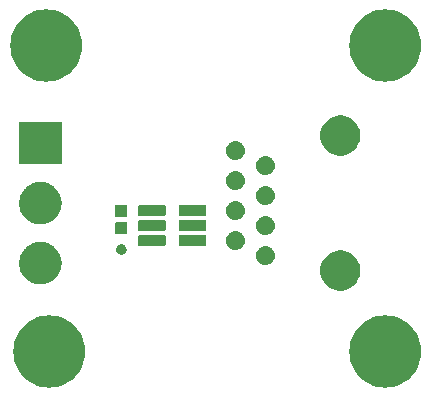
<source format=gts>
G04 #@! TF.GenerationSoftware,KiCad,Pcbnew,7.0.9*
G04 #@! TF.CreationDate,2023-12-23T15:45:12+01:00*
G04 #@! TF.ProjectId,connecting-connector-1-wire,636f6e6e-6563-4746-996e-672d636f6e6e,v1.0*
G04 #@! TF.SameCoordinates,Original*
G04 #@! TF.FileFunction,Soldermask,Top*
G04 #@! TF.FilePolarity,Negative*
%FSLAX46Y46*%
G04 Gerber Fmt 4.6, Leading zero omitted, Abs format (unit mm)*
G04 Created by KiCad (PCBNEW 7.0.9) date 2023-12-23 15:45:12*
%MOMM*%
%LPD*%
G01*
G04 APERTURE LIST*
G04 APERTURE END LIST*
G36*
X128529604Y-94295184D02*
G01*
X128866911Y-94352495D01*
X129195681Y-94447212D01*
X129511779Y-94578144D01*
X129811230Y-94743644D01*
X130090267Y-94941632D01*
X130345383Y-95169617D01*
X130573368Y-95424733D01*
X130771356Y-95703770D01*
X130936856Y-96003221D01*
X131067788Y-96319319D01*
X131162505Y-96648089D01*
X131219816Y-96985396D01*
X131239000Y-97327000D01*
X131219816Y-97668604D01*
X131162505Y-98005911D01*
X131067788Y-98334681D01*
X130936856Y-98650779D01*
X130771356Y-98950230D01*
X130573368Y-99229267D01*
X130345383Y-99484383D01*
X130090267Y-99712368D01*
X129811230Y-99910356D01*
X129511779Y-100075856D01*
X129195681Y-100206788D01*
X128866911Y-100301505D01*
X128529604Y-100358816D01*
X128188000Y-100378000D01*
X127846396Y-100358816D01*
X127509089Y-100301505D01*
X127180319Y-100206788D01*
X126864221Y-100075856D01*
X126564770Y-99910356D01*
X126285733Y-99712368D01*
X126030617Y-99484383D01*
X125802632Y-99229267D01*
X125604644Y-98950230D01*
X125439144Y-98650779D01*
X125308212Y-98334681D01*
X125213495Y-98005911D01*
X125156184Y-97668604D01*
X125137000Y-97327000D01*
X125156184Y-96985396D01*
X125213495Y-96648089D01*
X125308212Y-96319319D01*
X125439144Y-96003221D01*
X125604644Y-95703770D01*
X125802632Y-95424733D01*
X126030617Y-95169617D01*
X126285733Y-94941632D01*
X126564770Y-94743644D01*
X126864221Y-94578144D01*
X127180319Y-94447212D01*
X127509089Y-94352495D01*
X127846396Y-94295184D01*
X128188000Y-94276000D01*
X128529604Y-94295184D01*
G37*
G36*
X156977604Y-94295184D02*
G01*
X157314911Y-94352495D01*
X157643681Y-94447212D01*
X157959779Y-94578144D01*
X158259230Y-94743644D01*
X158538267Y-94941632D01*
X158793383Y-95169617D01*
X159021368Y-95424733D01*
X159219356Y-95703770D01*
X159384856Y-96003221D01*
X159515788Y-96319319D01*
X159610505Y-96648089D01*
X159667816Y-96985396D01*
X159687000Y-97327000D01*
X159667816Y-97668604D01*
X159610505Y-98005911D01*
X159515788Y-98334681D01*
X159384856Y-98650779D01*
X159219356Y-98950230D01*
X159021368Y-99229267D01*
X158793383Y-99484383D01*
X158538267Y-99712368D01*
X158259230Y-99910356D01*
X157959779Y-100075856D01*
X157643681Y-100206788D01*
X157314911Y-100301505D01*
X156977604Y-100358816D01*
X156636000Y-100378000D01*
X156294396Y-100358816D01*
X155957089Y-100301505D01*
X155628319Y-100206788D01*
X155312221Y-100075856D01*
X155012770Y-99910356D01*
X154733733Y-99712368D01*
X154478617Y-99484383D01*
X154250632Y-99229267D01*
X154052644Y-98950230D01*
X153887144Y-98650779D01*
X153756212Y-98334681D01*
X153661495Y-98005911D01*
X153604184Y-97668604D01*
X153585000Y-97327000D01*
X153604184Y-96985396D01*
X153661495Y-96648089D01*
X153756212Y-96319319D01*
X153887144Y-96003221D01*
X154052644Y-95703770D01*
X154250632Y-95424733D01*
X154478617Y-95169617D01*
X154733733Y-94941632D01*
X155012770Y-94743644D01*
X155312221Y-94578144D01*
X155628319Y-94447212D01*
X155957089Y-94352495D01*
X156294396Y-94295184D01*
X156636000Y-94276000D01*
X156977604Y-94295184D01*
G37*
G36*
X153204508Y-88811648D02*
G01*
X153447445Y-88886584D01*
X153676500Y-88996891D01*
X153886556Y-89140105D01*
X154072921Y-89313026D01*
X154231432Y-89511793D01*
X154358548Y-89731964D01*
X154451429Y-89968621D01*
X154508001Y-90216479D01*
X154527000Y-90470000D01*
X154508001Y-90723521D01*
X154451429Y-90971379D01*
X154358548Y-91208036D01*
X154231432Y-91428207D01*
X154072921Y-91626974D01*
X153886556Y-91799895D01*
X153676500Y-91943109D01*
X153447445Y-92053416D01*
X153204508Y-92128352D01*
X152953116Y-92166244D01*
X152698884Y-92166244D01*
X152447492Y-92128352D01*
X152204555Y-92053416D01*
X151975500Y-91943109D01*
X151765444Y-91799895D01*
X151579079Y-91626974D01*
X151420568Y-91428207D01*
X151293452Y-91208036D01*
X151200571Y-90971379D01*
X151143999Y-90723521D01*
X151125000Y-90470000D01*
X151143999Y-90216479D01*
X151200571Y-89968621D01*
X151293452Y-89731964D01*
X151420568Y-89511793D01*
X151579079Y-89313026D01*
X151765444Y-89140105D01*
X151975500Y-88996891D01*
X152204555Y-88886584D01*
X152447492Y-88811648D01*
X152698884Y-88773756D01*
X152953116Y-88773756D01*
X153204508Y-88811648D01*
G37*
G36*
X127491951Y-88038036D02*
G01*
X127560589Y-88038036D01*
X127622570Y-88047378D01*
X127682269Y-88051648D01*
X127753044Y-88067044D01*
X127826760Y-88078155D01*
X127880924Y-88094862D01*
X127933305Y-88106257D01*
X128007110Y-88133785D01*
X128083979Y-88157496D01*
X128129658Y-88179493D01*
X128174030Y-88196044D01*
X128248770Y-88236855D01*
X128326500Y-88274288D01*
X128363412Y-88299454D01*
X128399522Y-88319172D01*
X128472907Y-88374107D01*
X128548905Y-88425922D01*
X128577220Y-88452194D01*
X128605192Y-88473134D01*
X128674708Y-88542650D01*
X128746226Y-88609009D01*
X128766540Y-88634482D01*
X128786865Y-88654807D01*
X128849896Y-88739007D01*
X128914056Y-88819461D01*
X128927317Y-88842429D01*
X128940827Y-88860477D01*
X128994719Y-88959173D01*
X129048645Y-89052575D01*
X129056119Y-89071618D01*
X129063955Y-89085969D01*
X129106138Y-89199066D01*
X129146987Y-89303146D01*
X129150184Y-89317157D01*
X129153742Y-89326694D01*
X129181789Y-89455626D01*
X129206884Y-89565575D01*
X129207502Y-89573830D01*
X129208351Y-89577730D01*
X129219985Y-89740395D01*
X129227000Y-89834000D01*
X129219984Y-89927612D01*
X129208351Y-90090269D01*
X129207502Y-90094168D01*
X129206884Y-90102425D01*
X129181784Y-90212393D01*
X129153742Y-90341305D01*
X129150185Y-90350840D01*
X129146987Y-90364854D01*
X129106131Y-90468952D01*
X129063955Y-90582030D01*
X129056120Y-90596377D01*
X129048645Y-90615425D01*
X128994709Y-90708843D01*
X128940827Y-90807522D01*
X128927319Y-90825565D01*
X128914056Y-90848539D01*
X128849884Y-90929007D01*
X128786865Y-91013192D01*
X128766544Y-91033512D01*
X128746226Y-91058991D01*
X128674694Y-91125362D01*
X128605192Y-91194865D01*
X128577225Y-91215800D01*
X128548905Y-91242078D01*
X128472892Y-91293902D01*
X128399522Y-91348827D01*
X128363420Y-91368540D01*
X128326500Y-91393712D01*
X128248755Y-91431151D01*
X128174030Y-91471955D01*
X128129667Y-91488501D01*
X128083979Y-91510504D01*
X128007094Y-91534219D01*
X127933305Y-91561742D01*
X127880935Y-91573134D01*
X127826760Y-91589845D01*
X127753029Y-91600958D01*
X127682269Y-91616351D01*
X127622582Y-91620619D01*
X127560589Y-91629964D01*
X127491937Y-91629964D01*
X127426000Y-91634680D01*
X127360062Y-91629964D01*
X127291411Y-91629964D01*
X127229418Y-91620620D01*
X127169730Y-91616351D01*
X127098967Y-91600957D01*
X127025240Y-91589845D01*
X126971066Y-91573134D01*
X126918694Y-91561742D01*
X126844899Y-91534217D01*
X126768021Y-91510504D01*
X126722336Y-91488503D01*
X126677969Y-91471955D01*
X126603236Y-91431147D01*
X126525500Y-91393712D01*
X126488583Y-91368542D01*
X126452477Y-91348827D01*
X126379095Y-91293894D01*
X126303095Y-91242078D01*
X126274778Y-91215803D01*
X126246807Y-91194865D01*
X126177291Y-91125349D01*
X126105774Y-91058991D01*
X126085459Y-91033517D01*
X126065134Y-91013192D01*
X126002099Y-90928986D01*
X125937944Y-90848539D01*
X125924683Y-90825571D01*
X125911172Y-90807522D01*
X125857272Y-90708812D01*
X125803355Y-90615425D01*
X125795882Y-90596384D01*
X125788044Y-90582030D01*
X125745848Y-90468901D01*
X125705013Y-90364854D01*
X125701816Y-90350847D01*
X125698257Y-90341305D01*
X125670193Y-90212300D01*
X125645116Y-90102425D01*
X125644497Y-90094175D01*
X125643648Y-90090269D01*
X125631993Y-89927319D01*
X125625000Y-89834000D01*
X125631992Y-89740687D01*
X125643648Y-89577730D01*
X125644497Y-89573823D01*
X125645116Y-89565575D01*
X125670189Y-89455720D01*
X125698257Y-89326694D01*
X125701816Y-89317150D01*
X125705013Y-89303146D01*
X125745840Y-89199118D01*
X125788044Y-89085969D01*
X125795883Y-89071612D01*
X125803355Y-89052575D01*
X125857262Y-88959205D01*
X125911172Y-88860477D01*
X125924686Y-88842424D01*
X125937944Y-88819461D01*
X126002086Y-88739028D01*
X126065134Y-88654807D01*
X126085463Y-88634477D01*
X126105774Y-88609009D01*
X126177277Y-88542663D01*
X126246807Y-88473134D01*
X126274783Y-88452190D01*
X126303095Y-88425922D01*
X126379080Y-88374115D01*
X126452477Y-88319172D01*
X126488591Y-88299452D01*
X126525500Y-88274288D01*
X126603220Y-88236859D01*
X126677969Y-88196044D01*
X126722345Y-88179492D01*
X126768021Y-88157496D01*
X126844884Y-88133787D01*
X126918694Y-88106257D01*
X126971077Y-88094861D01*
X127025240Y-88078155D01*
X127098952Y-88067044D01*
X127169730Y-88051648D01*
X127229430Y-88047378D01*
X127291411Y-88038036D01*
X127360048Y-88038036D01*
X127426000Y-88033319D01*
X127491951Y-88038036D01*
G37*
G36*
X146521023Y-88402073D02*
G01*
X146559657Y-88402073D01*
X146603240Y-88411336D01*
X146654239Y-88417083D01*
X146691321Y-88430058D01*
X146723306Y-88436857D01*
X146769401Y-88457379D01*
X146823541Y-88476324D01*
X146851719Y-88494029D01*
X146876157Y-88504910D01*
X146921720Y-88538014D01*
X146975415Y-88571753D01*
X146994700Y-88591038D01*
X147011512Y-88603253D01*
X147053076Y-88649414D01*
X147102247Y-88698585D01*
X147113555Y-88716582D01*
X147123467Y-88727590D01*
X147157376Y-88786322D01*
X147197676Y-88850459D01*
X147202707Y-88864838D01*
X147207120Y-88872481D01*
X147229718Y-88942030D01*
X147256917Y-89019761D01*
X147257948Y-89028913D01*
X147258823Y-89031606D01*
X147266750Y-89107038D01*
X147277000Y-89198000D01*
X147266750Y-89288969D01*
X147258823Y-89364393D01*
X147257948Y-89367084D01*
X147256917Y-89376239D01*
X147229713Y-89453982D01*
X147207120Y-89523518D01*
X147202708Y-89531159D01*
X147197676Y-89545541D01*
X147157369Y-89609688D01*
X147123467Y-89668409D01*
X147113557Y-89679414D01*
X147102247Y-89697415D01*
X147053067Y-89746594D01*
X147011512Y-89792746D01*
X146994704Y-89804957D01*
X146975415Y-89824247D01*
X146921710Y-89857992D01*
X146876157Y-89891089D01*
X146851725Y-89901966D01*
X146823541Y-89919676D01*
X146769391Y-89938623D01*
X146723306Y-89959142D01*
X146691327Y-89965939D01*
X146654239Y-89978917D01*
X146603237Y-89984663D01*
X146559657Y-89993927D01*
X146521023Y-89993927D01*
X146476000Y-89999000D01*
X146430977Y-89993927D01*
X146392343Y-89993927D01*
X146348761Y-89984663D01*
X146297761Y-89978917D01*
X146260674Y-89965939D01*
X146228693Y-89959142D01*
X146182603Y-89938622D01*
X146128459Y-89919676D01*
X146100277Y-89901968D01*
X146075842Y-89891089D01*
X146030282Y-89857987D01*
X145976585Y-89824247D01*
X145957298Y-89804960D01*
X145940487Y-89792746D01*
X145898922Y-89746584D01*
X145849753Y-89697415D01*
X145838444Y-89679418D01*
X145828532Y-89668409D01*
X145794618Y-89609668D01*
X145754324Y-89545541D01*
X145749293Y-89531163D01*
X145744879Y-89523518D01*
X145722272Y-89453942D01*
X145695083Y-89376239D01*
X145694052Y-89367089D01*
X145693176Y-89364393D01*
X145685235Y-89288837D01*
X145675000Y-89198000D01*
X145685234Y-89107170D01*
X145693176Y-89031606D01*
X145694052Y-89028909D01*
X145695083Y-89019761D01*
X145722267Y-88942070D01*
X145744879Y-88872481D01*
X145749293Y-88864834D01*
X145754324Y-88850459D01*
X145794611Y-88786342D01*
X145828532Y-88727590D01*
X145838446Y-88716578D01*
X145849753Y-88698585D01*
X145898913Y-88649424D01*
X145940487Y-88603253D01*
X145957301Y-88591036D01*
X145976585Y-88571753D01*
X146030278Y-88538015D01*
X146075846Y-88504908D01*
X146100284Y-88494027D01*
X146128459Y-88476324D01*
X146182587Y-88457383D01*
X146228689Y-88436858D01*
X146260679Y-88430058D01*
X146297761Y-88417083D01*
X146348759Y-88411336D01*
X146392343Y-88402073D01*
X146430977Y-88402073D01*
X146476000Y-88397000D01*
X146521023Y-88402073D01*
G37*
G36*
X134310676Y-88244591D02*
G01*
X134348184Y-88244591D01*
X134378671Y-88253542D01*
X134400450Y-88256410D01*
X134429703Y-88268527D01*
X134471352Y-88280756D01*
X134493334Y-88294883D01*
X134508961Y-88301356D01*
X134537595Y-88323327D01*
X134579342Y-88350157D01*
X134592799Y-88365688D01*
X134602141Y-88372856D01*
X134626357Y-88404416D01*
X134663405Y-88447171D01*
X134669639Y-88460822D01*
X134673643Y-88466040D01*
X134689451Y-88504205D01*
X134716731Y-88563939D01*
X134718079Y-88573319D01*
X134718589Y-88574549D01*
X134722197Y-88601960D01*
X134735000Y-88691000D01*
X134722196Y-88780048D01*
X134718589Y-88807450D01*
X134718079Y-88808678D01*
X134716731Y-88818061D01*
X134689452Y-88877791D01*
X134673643Y-88915961D01*
X134669638Y-88921180D01*
X134663405Y-88934829D01*
X134626356Y-88977584D01*
X134602142Y-89009142D01*
X134592803Y-89016308D01*
X134579342Y-89031843D01*
X134537586Y-89058677D01*
X134508961Y-89080643D01*
X134493339Y-89087113D01*
X134471352Y-89101244D01*
X134429695Y-89113475D01*
X134400450Y-89125589D01*
X134378677Y-89128455D01*
X134348184Y-89137409D01*
X134310669Y-89137409D01*
X134284000Y-89140920D01*
X134257331Y-89137409D01*
X134219816Y-89137409D01*
X134189323Y-89128455D01*
X134167549Y-89125589D01*
X134138301Y-89113474D01*
X134096648Y-89101244D01*
X134074662Y-89087114D01*
X134059038Y-89080643D01*
X134030407Y-89058673D01*
X133988658Y-89031843D01*
X133975198Y-89016310D01*
X133965857Y-89009142D01*
X133941634Y-88977574D01*
X133904595Y-88934829D01*
X133898363Y-88921183D01*
X133894356Y-88915961D01*
X133878536Y-88877768D01*
X133851269Y-88818061D01*
X133849920Y-88808682D01*
X133849410Y-88807450D01*
X133845791Y-88779965D01*
X133833000Y-88691000D01*
X133845790Y-88602042D01*
X133849410Y-88574549D01*
X133849920Y-88573315D01*
X133851269Y-88563939D01*
X133878537Y-88504228D01*
X133894356Y-88466040D01*
X133898362Y-88460818D01*
X133904595Y-88447171D01*
X133941632Y-88404427D01*
X133965857Y-88372857D01*
X133975201Y-88365687D01*
X133988658Y-88350157D01*
X134030407Y-88323326D01*
X134059040Y-88301356D01*
X134074663Y-88294884D01*
X134096648Y-88280756D01*
X134138294Y-88268527D01*
X134167549Y-88256410D01*
X134189329Y-88253542D01*
X134219816Y-88244591D01*
X134257324Y-88244591D01*
X134284000Y-88241079D01*
X134310676Y-88244591D01*
G37*
G36*
X143981023Y-87132073D02*
G01*
X144019657Y-87132073D01*
X144063240Y-87141336D01*
X144114239Y-87147083D01*
X144151321Y-87160058D01*
X144183306Y-87166857D01*
X144229401Y-87187379D01*
X144283541Y-87206324D01*
X144311719Y-87224029D01*
X144336157Y-87234910D01*
X144381720Y-87268014D01*
X144435415Y-87301753D01*
X144454700Y-87321038D01*
X144471512Y-87333253D01*
X144513076Y-87379414D01*
X144562247Y-87428585D01*
X144573555Y-87446582D01*
X144583467Y-87457590D01*
X144617376Y-87516322D01*
X144657676Y-87580459D01*
X144662707Y-87594838D01*
X144667120Y-87602481D01*
X144689718Y-87672030D01*
X144716917Y-87749761D01*
X144717948Y-87758913D01*
X144718823Y-87761606D01*
X144726750Y-87837038D01*
X144737000Y-87928000D01*
X144726750Y-88018969D01*
X144718823Y-88094393D01*
X144717948Y-88097084D01*
X144716917Y-88106239D01*
X144689713Y-88183982D01*
X144667120Y-88253518D01*
X144662708Y-88261159D01*
X144657676Y-88275541D01*
X144617369Y-88339688D01*
X144583467Y-88398409D01*
X144573557Y-88409414D01*
X144562247Y-88427415D01*
X144513067Y-88476594D01*
X144471512Y-88522746D01*
X144454704Y-88534957D01*
X144435415Y-88554247D01*
X144381710Y-88587992D01*
X144336157Y-88621089D01*
X144311725Y-88631966D01*
X144283541Y-88649676D01*
X144229391Y-88668623D01*
X144183306Y-88689142D01*
X144151327Y-88695939D01*
X144114239Y-88708917D01*
X144063237Y-88714663D01*
X144019657Y-88723927D01*
X143981023Y-88723927D01*
X143936000Y-88729000D01*
X143890977Y-88723927D01*
X143852343Y-88723927D01*
X143808761Y-88714663D01*
X143757761Y-88708917D01*
X143720674Y-88695939D01*
X143688693Y-88689142D01*
X143642603Y-88668622D01*
X143588459Y-88649676D01*
X143560277Y-88631968D01*
X143535842Y-88621089D01*
X143490282Y-88587987D01*
X143436585Y-88554247D01*
X143417298Y-88534960D01*
X143400487Y-88522746D01*
X143358922Y-88476584D01*
X143309753Y-88427415D01*
X143298444Y-88409418D01*
X143288532Y-88398409D01*
X143254618Y-88339668D01*
X143214324Y-88275541D01*
X143209293Y-88261163D01*
X143204879Y-88253518D01*
X143182272Y-88183942D01*
X143155083Y-88106239D01*
X143154052Y-88097089D01*
X143153176Y-88094393D01*
X143145235Y-88018837D01*
X143135000Y-87928000D01*
X143145234Y-87837170D01*
X143153176Y-87761606D01*
X143154052Y-87758909D01*
X143155083Y-87749761D01*
X143182267Y-87672070D01*
X143204879Y-87602481D01*
X143209293Y-87594834D01*
X143214324Y-87580459D01*
X143254611Y-87516342D01*
X143288532Y-87457590D01*
X143298446Y-87446578D01*
X143309753Y-87428585D01*
X143358913Y-87379424D01*
X143400487Y-87333253D01*
X143417301Y-87321036D01*
X143436585Y-87301753D01*
X143490278Y-87268015D01*
X143535846Y-87234908D01*
X143560284Y-87224027D01*
X143588459Y-87206324D01*
X143642587Y-87187383D01*
X143688689Y-87166858D01*
X143720679Y-87160058D01*
X143757761Y-87147083D01*
X143808759Y-87141336D01*
X143852343Y-87132073D01*
X143890977Y-87132073D01*
X143936000Y-87127000D01*
X143981023Y-87132073D01*
G37*
G36*
X137994317Y-87481882D02*
G01*
X138010862Y-87492938D01*
X138021918Y-87509483D01*
X138025800Y-87529000D01*
X138025800Y-88329000D01*
X138021918Y-88348517D01*
X138010862Y-88365062D01*
X137994317Y-88376118D01*
X137974800Y-88380000D01*
X135774800Y-88380000D01*
X135755283Y-88376118D01*
X135738738Y-88365062D01*
X135727682Y-88348517D01*
X135723800Y-88329000D01*
X135723800Y-87529000D01*
X135727682Y-87509483D01*
X135738738Y-87492938D01*
X135755283Y-87481882D01*
X135774800Y-87478000D01*
X137974800Y-87478000D01*
X137994317Y-87481882D01*
G37*
G36*
X141448717Y-87481882D02*
G01*
X141465262Y-87492938D01*
X141476318Y-87509483D01*
X141480200Y-87529000D01*
X141480200Y-88329000D01*
X141476318Y-88348517D01*
X141465262Y-88365062D01*
X141448717Y-88376118D01*
X141429200Y-88380000D01*
X139229200Y-88380000D01*
X139209683Y-88376118D01*
X139193138Y-88365062D01*
X139182082Y-88348517D01*
X139178200Y-88329000D01*
X139178200Y-87529000D01*
X139182082Y-87509483D01*
X139193138Y-87492938D01*
X139209683Y-87481882D01*
X139229200Y-87478000D01*
X141429200Y-87478000D01*
X141448717Y-87481882D01*
G37*
G36*
X146521023Y-85862073D02*
G01*
X146559657Y-85862073D01*
X146603240Y-85871336D01*
X146654239Y-85877083D01*
X146691321Y-85890058D01*
X146723306Y-85896857D01*
X146769401Y-85917379D01*
X146823541Y-85936324D01*
X146851719Y-85954029D01*
X146876157Y-85964910D01*
X146921720Y-85998014D01*
X146975415Y-86031753D01*
X146994700Y-86051038D01*
X147011512Y-86063253D01*
X147053076Y-86109414D01*
X147102247Y-86158585D01*
X147113555Y-86176582D01*
X147123467Y-86187590D01*
X147157376Y-86246322D01*
X147197676Y-86310459D01*
X147202707Y-86324838D01*
X147207120Y-86332481D01*
X147229718Y-86402030D01*
X147256917Y-86479761D01*
X147257948Y-86488913D01*
X147258823Y-86491606D01*
X147266750Y-86567038D01*
X147277000Y-86658000D01*
X147266750Y-86748969D01*
X147258823Y-86824393D01*
X147257948Y-86827084D01*
X147256917Y-86836239D01*
X147229713Y-86913982D01*
X147207120Y-86983518D01*
X147202708Y-86991159D01*
X147197676Y-87005541D01*
X147157369Y-87069688D01*
X147123467Y-87128409D01*
X147113557Y-87139414D01*
X147102247Y-87157415D01*
X147053067Y-87206594D01*
X147011512Y-87252746D01*
X146994704Y-87264957D01*
X146975415Y-87284247D01*
X146921710Y-87317992D01*
X146876157Y-87351089D01*
X146851725Y-87361966D01*
X146823541Y-87379676D01*
X146769391Y-87398623D01*
X146723306Y-87419142D01*
X146691327Y-87425939D01*
X146654239Y-87438917D01*
X146603237Y-87444663D01*
X146559657Y-87453927D01*
X146521023Y-87453927D01*
X146476000Y-87459000D01*
X146430977Y-87453927D01*
X146392343Y-87453927D01*
X146348761Y-87444663D01*
X146297761Y-87438917D01*
X146260674Y-87425939D01*
X146228693Y-87419142D01*
X146182603Y-87398622D01*
X146128459Y-87379676D01*
X146100277Y-87361968D01*
X146075842Y-87351089D01*
X146030282Y-87317987D01*
X145976585Y-87284247D01*
X145957298Y-87264960D01*
X145940487Y-87252746D01*
X145898922Y-87206584D01*
X145849753Y-87157415D01*
X145838444Y-87139418D01*
X145828532Y-87128409D01*
X145794618Y-87069668D01*
X145754324Y-87005541D01*
X145749293Y-86991163D01*
X145744879Y-86983518D01*
X145722272Y-86913942D01*
X145695083Y-86836239D01*
X145694052Y-86827089D01*
X145693176Y-86824393D01*
X145685235Y-86748837D01*
X145675000Y-86658000D01*
X145685234Y-86567170D01*
X145693176Y-86491606D01*
X145694052Y-86488909D01*
X145695083Y-86479761D01*
X145722267Y-86402070D01*
X145744879Y-86332481D01*
X145749293Y-86324834D01*
X145754324Y-86310459D01*
X145794611Y-86246342D01*
X145828532Y-86187590D01*
X145838446Y-86176578D01*
X145849753Y-86158585D01*
X145898913Y-86109424D01*
X145940487Y-86063253D01*
X145957301Y-86051036D01*
X145976585Y-86031753D01*
X146030278Y-85998015D01*
X146075846Y-85964908D01*
X146100284Y-85954027D01*
X146128459Y-85936324D01*
X146182587Y-85917383D01*
X146228689Y-85896858D01*
X146260679Y-85890058D01*
X146297761Y-85877083D01*
X146348759Y-85871336D01*
X146392343Y-85862073D01*
X146430977Y-85862073D01*
X146476000Y-85857000D01*
X146521023Y-85862073D01*
G37*
G36*
X134753517Y-86378882D02*
G01*
X134770062Y-86389938D01*
X134781118Y-86406483D01*
X134785000Y-86426000D01*
X134785000Y-87326000D01*
X134781118Y-87345517D01*
X134770062Y-87362062D01*
X134753517Y-87373118D01*
X134734000Y-87377000D01*
X133834000Y-87377000D01*
X133814483Y-87373118D01*
X133797938Y-87362062D01*
X133786882Y-87345517D01*
X133783000Y-87326000D01*
X133783000Y-86426000D01*
X133786882Y-86406483D01*
X133797938Y-86389938D01*
X133814483Y-86378882D01*
X133834000Y-86375000D01*
X134734000Y-86375000D01*
X134753517Y-86378882D01*
G37*
G36*
X137994317Y-86211882D02*
G01*
X138010862Y-86222938D01*
X138021918Y-86239483D01*
X138025800Y-86259000D01*
X138025800Y-87059000D01*
X138021918Y-87078517D01*
X138010862Y-87095062D01*
X137994317Y-87106118D01*
X137974800Y-87110000D01*
X135774800Y-87110000D01*
X135755283Y-87106118D01*
X135738738Y-87095062D01*
X135727682Y-87078517D01*
X135723800Y-87059000D01*
X135723800Y-86259000D01*
X135727682Y-86239483D01*
X135738738Y-86222938D01*
X135755283Y-86211882D01*
X135774800Y-86208000D01*
X137974800Y-86208000D01*
X137994317Y-86211882D01*
G37*
G36*
X141448717Y-86211882D02*
G01*
X141465262Y-86222938D01*
X141476318Y-86239483D01*
X141480200Y-86259000D01*
X141480200Y-87059000D01*
X141476318Y-87078517D01*
X141465262Y-87095062D01*
X141448717Y-87106118D01*
X141429200Y-87110000D01*
X139229200Y-87110000D01*
X139209683Y-87106118D01*
X139193138Y-87095062D01*
X139182082Y-87078517D01*
X139178200Y-87059000D01*
X139178200Y-86259000D01*
X139182082Y-86239483D01*
X139193138Y-86222938D01*
X139209683Y-86211882D01*
X139229200Y-86208000D01*
X141429200Y-86208000D01*
X141448717Y-86211882D01*
G37*
G36*
X127491951Y-82958036D02*
G01*
X127560589Y-82958036D01*
X127622570Y-82967378D01*
X127682269Y-82971648D01*
X127753044Y-82987044D01*
X127826760Y-82998155D01*
X127880924Y-83014862D01*
X127933305Y-83026257D01*
X128007110Y-83053785D01*
X128083979Y-83077496D01*
X128129658Y-83099493D01*
X128174030Y-83116044D01*
X128248770Y-83156855D01*
X128326500Y-83194288D01*
X128363412Y-83219454D01*
X128399522Y-83239172D01*
X128472907Y-83294107D01*
X128548905Y-83345922D01*
X128577220Y-83372194D01*
X128605192Y-83393134D01*
X128674708Y-83462650D01*
X128746226Y-83529009D01*
X128766540Y-83554482D01*
X128786865Y-83574807D01*
X128849896Y-83659007D01*
X128914056Y-83739461D01*
X128927317Y-83762429D01*
X128940827Y-83780477D01*
X128994719Y-83879173D01*
X129048645Y-83972575D01*
X129056119Y-83991618D01*
X129063955Y-84005969D01*
X129106138Y-84119066D01*
X129146987Y-84223146D01*
X129150184Y-84237157D01*
X129153742Y-84246694D01*
X129181789Y-84375626D01*
X129206884Y-84485575D01*
X129207502Y-84493830D01*
X129208351Y-84497730D01*
X129219985Y-84660395D01*
X129227000Y-84754000D01*
X129219984Y-84847612D01*
X129208351Y-85010269D01*
X129207502Y-85014168D01*
X129206884Y-85022425D01*
X129181784Y-85132393D01*
X129153742Y-85261305D01*
X129150185Y-85270840D01*
X129146987Y-85284854D01*
X129106131Y-85388952D01*
X129063955Y-85502030D01*
X129056120Y-85516377D01*
X129048645Y-85535425D01*
X128994709Y-85628843D01*
X128940827Y-85727522D01*
X128927319Y-85745565D01*
X128914056Y-85768539D01*
X128849884Y-85849007D01*
X128786865Y-85933192D01*
X128766544Y-85953512D01*
X128746226Y-85978991D01*
X128674694Y-86045362D01*
X128605192Y-86114865D01*
X128577225Y-86135800D01*
X128548905Y-86162078D01*
X128472892Y-86213902D01*
X128399522Y-86268827D01*
X128363420Y-86288540D01*
X128326500Y-86313712D01*
X128248755Y-86351151D01*
X128174030Y-86391955D01*
X128129667Y-86408501D01*
X128083979Y-86430504D01*
X128007094Y-86454219D01*
X127933305Y-86481742D01*
X127880935Y-86493134D01*
X127826760Y-86509845D01*
X127753029Y-86520958D01*
X127682269Y-86536351D01*
X127622582Y-86540619D01*
X127560589Y-86549964D01*
X127491937Y-86549964D01*
X127426000Y-86554680D01*
X127360062Y-86549964D01*
X127291411Y-86549964D01*
X127229418Y-86540620D01*
X127169730Y-86536351D01*
X127098967Y-86520957D01*
X127025240Y-86509845D01*
X126971066Y-86493134D01*
X126918694Y-86481742D01*
X126844899Y-86454217D01*
X126768021Y-86430504D01*
X126722336Y-86408503D01*
X126677969Y-86391955D01*
X126603236Y-86351147D01*
X126525500Y-86313712D01*
X126488583Y-86288542D01*
X126452477Y-86268827D01*
X126379095Y-86213894D01*
X126303095Y-86162078D01*
X126274778Y-86135803D01*
X126246807Y-86114865D01*
X126177291Y-86045349D01*
X126105774Y-85978991D01*
X126085459Y-85953517D01*
X126065134Y-85933192D01*
X126002099Y-85848986D01*
X125937944Y-85768539D01*
X125924683Y-85745571D01*
X125911172Y-85727522D01*
X125857272Y-85628812D01*
X125803355Y-85535425D01*
X125795882Y-85516384D01*
X125788044Y-85502030D01*
X125745848Y-85388901D01*
X125705013Y-85284854D01*
X125701816Y-85270847D01*
X125698257Y-85261305D01*
X125670193Y-85132300D01*
X125645116Y-85022425D01*
X125644497Y-85014175D01*
X125643648Y-85010269D01*
X125631993Y-84847319D01*
X125625000Y-84754000D01*
X125631992Y-84660687D01*
X125643648Y-84497730D01*
X125644497Y-84493823D01*
X125645116Y-84485575D01*
X125670189Y-84375720D01*
X125698257Y-84246694D01*
X125701816Y-84237150D01*
X125705013Y-84223146D01*
X125745840Y-84119118D01*
X125788044Y-84005969D01*
X125795883Y-83991612D01*
X125803355Y-83972575D01*
X125857262Y-83879205D01*
X125911172Y-83780477D01*
X125924686Y-83762424D01*
X125937944Y-83739461D01*
X126002086Y-83659028D01*
X126065134Y-83574807D01*
X126085463Y-83554477D01*
X126105774Y-83529009D01*
X126177277Y-83462663D01*
X126246807Y-83393134D01*
X126274783Y-83372190D01*
X126303095Y-83345922D01*
X126379080Y-83294115D01*
X126452477Y-83239172D01*
X126488591Y-83219452D01*
X126525500Y-83194288D01*
X126603220Y-83156859D01*
X126677969Y-83116044D01*
X126722345Y-83099492D01*
X126768021Y-83077496D01*
X126844884Y-83053787D01*
X126918694Y-83026257D01*
X126971077Y-83014861D01*
X127025240Y-82998155D01*
X127098952Y-82987044D01*
X127169730Y-82971648D01*
X127229430Y-82967378D01*
X127291411Y-82958036D01*
X127360048Y-82958036D01*
X127426000Y-82953319D01*
X127491951Y-82958036D01*
G37*
G36*
X143981023Y-84592073D02*
G01*
X144019657Y-84592073D01*
X144063240Y-84601336D01*
X144114239Y-84607083D01*
X144151321Y-84620058D01*
X144183306Y-84626857D01*
X144229401Y-84647379D01*
X144283541Y-84666324D01*
X144311719Y-84684029D01*
X144336157Y-84694910D01*
X144381720Y-84728014D01*
X144435415Y-84761753D01*
X144454700Y-84781038D01*
X144471512Y-84793253D01*
X144513076Y-84839414D01*
X144562247Y-84888585D01*
X144573555Y-84906582D01*
X144583467Y-84917590D01*
X144617376Y-84976322D01*
X144657676Y-85040459D01*
X144662707Y-85054838D01*
X144667120Y-85062481D01*
X144689718Y-85132030D01*
X144716917Y-85209761D01*
X144717948Y-85218913D01*
X144718823Y-85221606D01*
X144726750Y-85297038D01*
X144737000Y-85388000D01*
X144726750Y-85478969D01*
X144718823Y-85554393D01*
X144717948Y-85557084D01*
X144716917Y-85566239D01*
X144689713Y-85643982D01*
X144667120Y-85713518D01*
X144662708Y-85721159D01*
X144657676Y-85735541D01*
X144617369Y-85799688D01*
X144583467Y-85858409D01*
X144573557Y-85869414D01*
X144562247Y-85887415D01*
X144513067Y-85936594D01*
X144471512Y-85982746D01*
X144454704Y-85994957D01*
X144435415Y-86014247D01*
X144381710Y-86047992D01*
X144336157Y-86081089D01*
X144311725Y-86091966D01*
X144283541Y-86109676D01*
X144229391Y-86128623D01*
X144183306Y-86149142D01*
X144151327Y-86155939D01*
X144114239Y-86168917D01*
X144063237Y-86174663D01*
X144019657Y-86183927D01*
X143981023Y-86183927D01*
X143936000Y-86189000D01*
X143890977Y-86183927D01*
X143852343Y-86183927D01*
X143808761Y-86174663D01*
X143757761Y-86168917D01*
X143720674Y-86155939D01*
X143688693Y-86149142D01*
X143642603Y-86128622D01*
X143588459Y-86109676D01*
X143560277Y-86091968D01*
X143535842Y-86081089D01*
X143490282Y-86047987D01*
X143436585Y-86014247D01*
X143417298Y-85994960D01*
X143400487Y-85982746D01*
X143358922Y-85936584D01*
X143309753Y-85887415D01*
X143298444Y-85869418D01*
X143288532Y-85858409D01*
X143254618Y-85799668D01*
X143214324Y-85735541D01*
X143209293Y-85721163D01*
X143204879Y-85713518D01*
X143182272Y-85643942D01*
X143155083Y-85566239D01*
X143154052Y-85557089D01*
X143153176Y-85554393D01*
X143145235Y-85478837D01*
X143135000Y-85388000D01*
X143145234Y-85297170D01*
X143153176Y-85221606D01*
X143154052Y-85218909D01*
X143155083Y-85209761D01*
X143182267Y-85132070D01*
X143204879Y-85062481D01*
X143209293Y-85054834D01*
X143214324Y-85040459D01*
X143254611Y-84976342D01*
X143288532Y-84917590D01*
X143298446Y-84906578D01*
X143309753Y-84888585D01*
X143358913Y-84839424D01*
X143400487Y-84793253D01*
X143417301Y-84781036D01*
X143436585Y-84761753D01*
X143490278Y-84728015D01*
X143535846Y-84694908D01*
X143560284Y-84684027D01*
X143588459Y-84666324D01*
X143642587Y-84647383D01*
X143688689Y-84626858D01*
X143720679Y-84620058D01*
X143757761Y-84607083D01*
X143808759Y-84601336D01*
X143852343Y-84592073D01*
X143890977Y-84592073D01*
X143936000Y-84587000D01*
X143981023Y-84592073D01*
G37*
G36*
X134753517Y-84928882D02*
G01*
X134770062Y-84939938D01*
X134781118Y-84956483D01*
X134785000Y-84976000D01*
X134785000Y-85876000D01*
X134781118Y-85895517D01*
X134770062Y-85912062D01*
X134753517Y-85923118D01*
X134734000Y-85927000D01*
X133834000Y-85927000D01*
X133814483Y-85923118D01*
X133797938Y-85912062D01*
X133786882Y-85895517D01*
X133783000Y-85876000D01*
X133783000Y-84976000D01*
X133786882Y-84956483D01*
X133797938Y-84939938D01*
X133814483Y-84928882D01*
X133834000Y-84925000D01*
X134734000Y-84925000D01*
X134753517Y-84928882D01*
G37*
G36*
X137994317Y-84941882D02*
G01*
X138010862Y-84952938D01*
X138021918Y-84969483D01*
X138025800Y-84989000D01*
X138025800Y-85789000D01*
X138021918Y-85808517D01*
X138010862Y-85825062D01*
X137994317Y-85836118D01*
X137974800Y-85840000D01*
X135774800Y-85840000D01*
X135755283Y-85836118D01*
X135738738Y-85825062D01*
X135727682Y-85808517D01*
X135723800Y-85789000D01*
X135723800Y-84989000D01*
X135727682Y-84969483D01*
X135738738Y-84952938D01*
X135755283Y-84941882D01*
X135774800Y-84938000D01*
X137974800Y-84938000D01*
X137994317Y-84941882D01*
G37*
G36*
X141448717Y-84941882D02*
G01*
X141465262Y-84952938D01*
X141476318Y-84969483D01*
X141480200Y-84989000D01*
X141480200Y-85789000D01*
X141476318Y-85808517D01*
X141465262Y-85825062D01*
X141448717Y-85836118D01*
X141429200Y-85840000D01*
X139229200Y-85840000D01*
X139209683Y-85836118D01*
X139193138Y-85825062D01*
X139182082Y-85808517D01*
X139178200Y-85789000D01*
X139178200Y-84989000D01*
X139182082Y-84969483D01*
X139193138Y-84952938D01*
X139209683Y-84941882D01*
X139229200Y-84938000D01*
X141429200Y-84938000D01*
X141448717Y-84941882D01*
G37*
G36*
X146521023Y-83322073D02*
G01*
X146559657Y-83322073D01*
X146603240Y-83331336D01*
X146654239Y-83337083D01*
X146691321Y-83350058D01*
X146723306Y-83356857D01*
X146769401Y-83377379D01*
X146823541Y-83396324D01*
X146851719Y-83414029D01*
X146876157Y-83424910D01*
X146921720Y-83458014D01*
X146975415Y-83491753D01*
X146994700Y-83511038D01*
X147011512Y-83523253D01*
X147053076Y-83569414D01*
X147102247Y-83618585D01*
X147113555Y-83636582D01*
X147123467Y-83647590D01*
X147157376Y-83706322D01*
X147197676Y-83770459D01*
X147202707Y-83784838D01*
X147207120Y-83792481D01*
X147229718Y-83862030D01*
X147256917Y-83939761D01*
X147257948Y-83948913D01*
X147258823Y-83951606D01*
X147266750Y-84027038D01*
X147277000Y-84118000D01*
X147266750Y-84208969D01*
X147258823Y-84284393D01*
X147257948Y-84287084D01*
X147256917Y-84296239D01*
X147229713Y-84373982D01*
X147207120Y-84443518D01*
X147202708Y-84451159D01*
X147197676Y-84465541D01*
X147157369Y-84529688D01*
X147123467Y-84588409D01*
X147113557Y-84599414D01*
X147102247Y-84617415D01*
X147053067Y-84666594D01*
X147011512Y-84712746D01*
X146994704Y-84724957D01*
X146975415Y-84744247D01*
X146921710Y-84777992D01*
X146876157Y-84811089D01*
X146851725Y-84821966D01*
X146823541Y-84839676D01*
X146769391Y-84858623D01*
X146723306Y-84879142D01*
X146691327Y-84885939D01*
X146654239Y-84898917D01*
X146603237Y-84904663D01*
X146559657Y-84913927D01*
X146521023Y-84913927D01*
X146476000Y-84919000D01*
X146430977Y-84913927D01*
X146392343Y-84913927D01*
X146348761Y-84904663D01*
X146297761Y-84898917D01*
X146260674Y-84885939D01*
X146228693Y-84879142D01*
X146182603Y-84858622D01*
X146128459Y-84839676D01*
X146100277Y-84821968D01*
X146075842Y-84811089D01*
X146030282Y-84777987D01*
X145976585Y-84744247D01*
X145957298Y-84724960D01*
X145940487Y-84712746D01*
X145898922Y-84666584D01*
X145849753Y-84617415D01*
X145838444Y-84599418D01*
X145828532Y-84588409D01*
X145794618Y-84529668D01*
X145754324Y-84465541D01*
X145749293Y-84451163D01*
X145744879Y-84443518D01*
X145722272Y-84373942D01*
X145695083Y-84296239D01*
X145694052Y-84287089D01*
X145693176Y-84284393D01*
X145685235Y-84208837D01*
X145675000Y-84118000D01*
X145685234Y-84027170D01*
X145693176Y-83951606D01*
X145694052Y-83948909D01*
X145695083Y-83939761D01*
X145722267Y-83862070D01*
X145744879Y-83792481D01*
X145749293Y-83784834D01*
X145754324Y-83770459D01*
X145794611Y-83706342D01*
X145828532Y-83647590D01*
X145838446Y-83636578D01*
X145849753Y-83618585D01*
X145898913Y-83569424D01*
X145940487Y-83523253D01*
X145957301Y-83511036D01*
X145976585Y-83491753D01*
X146030278Y-83458015D01*
X146075846Y-83424908D01*
X146100284Y-83414027D01*
X146128459Y-83396324D01*
X146182587Y-83377383D01*
X146228689Y-83356858D01*
X146260679Y-83350058D01*
X146297761Y-83337083D01*
X146348759Y-83331336D01*
X146392343Y-83322073D01*
X146430977Y-83322073D01*
X146476000Y-83317000D01*
X146521023Y-83322073D01*
G37*
G36*
X143981023Y-82052073D02*
G01*
X144019657Y-82052073D01*
X144063240Y-82061336D01*
X144114239Y-82067083D01*
X144151321Y-82080058D01*
X144183306Y-82086857D01*
X144229401Y-82107379D01*
X144283541Y-82126324D01*
X144311719Y-82144029D01*
X144336157Y-82154910D01*
X144381720Y-82188014D01*
X144435415Y-82221753D01*
X144454700Y-82241038D01*
X144471512Y-82253253D01*
X144513076Y-82299414D01*
X144562247Y-82348585D01*
X144573555Y-82366582D01*
X144583467Y-82377590D01*
X144617376Y-82436322D01*
X144657676Y-82500459D01*
X144662707Y-82514838D01*
X144667120Y-82522481D01*
X144689718Y-82592030D01*
X144716917Y-82669761D01*
X144717948Y-82678913D01*
X144718823Y-82681606D01*
X144726750Y-82757038D01*
X144737000Y-82848000D01*
X144726750Y-82938969D01*
X144718823Y-83014393D01*
X144717948Y-83017084D01*
X144716917Y-83026239D01*
X144689713Y-83103982D01*
X144667120Y-83173518D01*
X144662708Y-83181159D01*
X144657676Y-83195541D01*
X144617369Y-83259688D01*
X144583467Y-83318409D01*
X144573557Y-83329414D01*
X144562247Y-83347415D01*
X144513067Y-83396594D01*
X144471512Y-83442746D01*
X144454704Y-83454957D01*
X144435415Y-83474247D01*
X144381710Y-83507992D01*
X144336157Y-83541089D01*
X144311725Y-83551966D01*
X144283541Y-83569676D01*
X144229391Y-83588623D01*
X144183306Y-83609142D01*
X144151327Y-83615939D01*
X144114239Y-83628917D01*
X144063237Y-83634663D01*
X144019657Y-83643927D01*
X143981023Y-83643927D01*
X143936000Y-83649000D01*
X143890977Y-83643927D01*
X143852343Y-83643927D01*
X143808761Y-83634663D01*
X143757761Y-83628917D01*
X143720674Y-83615939D01*
X143688693Y-83609142D01*
X143642603Y-83588622D01*
X143588459Y-83569676D01*
X143560277Y-83551968D01*
X143535842Y-83541089D01*
X143490282Y-83507987D01*
X143436585Y-83474247D01*
X143417298Y-83454960D01*
X143400487Y-83442746D01*
X143358922Y-83396584D01*
X143309753Y-83347415D01*
X143298444Y-83329418D01*
X143288532Y-83318409D01*
X143254618Y-83259668D01*
X143214324Y-83195541D01*
X143209293Y-83181163D01*
X143204879Y-83173518D01*
X143182272Y-83103942D01*
X143155083Y-83026239D01*
X143154052Y-83017089D01*
X143153176Y-83014393D01*
X143145235Y-82938837D01*
X143135000Y-82848000D01*
X143145234Y-82757170D01*
X143153176Y-82681606D01*
X143154052Y-82678909D01*
X143155083Y-82669761D01*
X143182267Y-82592070D01*
X143204879Y-82522481D01*
X143209293Y-82514834D01*
X143214324Y-82500459D01*
X143254611Y-82436342D01*
X143288532Y-82377590D01*
X143298446Y-82366578D01*
X143309753Y-82348585D01*
X143358913Y-82299424D01*
X143400487Y-82253253D01*
X143417301Y-82241036D01*
X143436585Y-82221753D01*
X143490278Y-82188015D01*
X143535846Y-82154908D01*
X143560284Y-82144027D01*
X143588459Y-82126324D01*
X143642587Y-82107383D01*
X143688689Y-82086858D01*
X143720679Y-82080058D01*
X143757761Y-82067083D01*
X143808759Y-82061336D01*
X143852343Y-82052073D01*
X143890977Y-82052073D01*
X143936000Y-82047000D01*
X143981023Y-82052073D01*
G37*
G36*
X146521023Y-80782073D02*
G01*
X146559657Y-80782073D01*
X146603240Y-80791336D01*
X146654239Y-80797083D01*
X146691321Y-80810058D01*
X146723306Y-80816857D01*
X146769401Y-80837379D01*
X146823541Y-80856324D01*
X146851719Y-80874029D01*
X146876157Y-80884910D01*
X146921720Y-80918014D01*
X146975415Y-80951753D01*
X146994700Y-80971038D01*
X147011512Y-80983253D01*
X147053076Y-81029414D01*
X147102247Y-81078585D01*
X147113555Y-81096582D01*
X147123467Y-81107590D01*
X147157376Y-81166322D01*
X147197676Y-81230459D01*
X147202707Y-81244838D01*
X147207120Y-81252481D01*
X147229718Y-81322030D01*
X147256917Y-81399761D01*
X147257948Y-81408913D01*
X147258823Y-81411606D01*
X147266750Y-81487038D01*
X147277000Y-81578000D01*
X147266750Y-81668969D01*
X147258823Y-81744393D01*
X147257948Y-81747084D01*
X147256917Y-81756239D01*
X147229713Y-81833982D01*
X147207120Y-81903518D01*
X147202708Y-81911159D01*
X147197676Y-81925541D01*
X147157369Y-81989688D01*
X147123467Y-82048409D01*
X147113557Y-82059414D01*
X147102247Y-82077415D01*
X147053067Y-82126594D01*
X147011512Y-82172746D01*
X146994704Y-82184957D01*
X146975415Y-82204247D01*
X146921710Y-82237992D01*
X146876157Y-82271089D01*
X146851725Y-82281966D01*
X146823541Y-82299676D01*
X146769391Y-82318623D01*
X146723306Y-82339142D01*
X146691327Y-82345939D01*
X146654239Y-82358917D01*
X146603237Y-82364663D01*
X146559657Y-82373927D01*
X146521023Y-82373927D01*
X146476000Y-82379000D01*
X146430977Y-82373927D01*
X146392343Y-82373927D01*
X146348761Y-82364663D01*
X146297761Y-82358917D01*
X146260674Y-82345939D01*
X146228693Y-82339142D01*
X146182603Y-82318622D01*
X146128459Y-82299676D01*
X146100277Y-82281968D01*
X146075842Y-82271089D01*
X146030282Y-82237987D01*
X145976585Y-82204247D01*
X145957298Y-82184960D01*
X145940487Y-82172746D01*
X145898922Y-82126584D01*
X145849753Y-82077415D01*
X145838444Y-82059418D01*
X145828532Y-82048409D01*
X145794618Y-81989668D01*
X145754324Y-81925541D01*
X145749293Y-81911163D01*
X145744879Y-81903518D01*
X145722272Y-81833942D01*
X145695083Y-81756239D01*
X145694052Y-81747089D01*
X145693176Y-81744393D01*
X145685235Y-81668837D01*
X145675000Y-81578000D01*
X145685234Y-81487170D01*
X145693176Y-81411606D01*
X145694052Y-81408909D01*
X145695083Y-81399761D01*
X145722267Y-81322070D01*
X145744879Y-81252481D01*
X145749293Y-81244834D01*
X145754324Y-81230459D01*
X145794611Y-81166342D01*
X145828532Y-81107590D01*
X145838446Y-81096578D01*
X145849753Y-81078585D01*
X145898913Y-81029424D01*
X145940487Y-80983253D01*
X145957301Y-80971036D01*
X145976585Y-80951753D01*
X146030278Y-80918015D01*
X146075846Y-80884908D01*
X146100284Y-80874027D01*
X146128459Y-80856324D01*
X146182587Y-80837383D01*
X146228689Y-80816858D01*
X146260679Y-80810058D01*
X146297761Y-80797083D01*
X146348759Y-80791336D01*
X146392343Y-80782073D01*
X146430977Y-80782073D01*
X146476000Y-80777000D01*
X146521023Y-80782073D01*
G37*
G36*
X129195517Y-77876882D02*
G01*
X129212062Y-77887938D01*
X129223118Y-77904483D01*
X129227000Y-77924000D01*
X129227000Y-81424000D01*
X129223118Y-81443517D01*
X129212062Y-81460062D01*
X129195517Y-81471118D01*
X129176000Y-81475000D01*
X125676000Y-81475000D01*
X125656483Y-81471118D01*
X125639938Y-81460062D01*
X125628882Y-81443517D01*
X125625000Y-81424000D01*
X125625000Y-77924000D01*
X125628882Y-77904483D01*
X125639938Y-77887938D01*
X125656483Y-77876882D01*
X125676000Y-77873000D01*
X129176000Y-77873000D01*
X129195517Y-77876882D01*
G37*
G36*
X143981023Y-79512073D02*
G01*
X144019657Y-79512073D01*
X144063240Y-79521336D01*
X144114239Y-79527083D01*
X144151321Y-79540058D01*
X144183306Y-79546857D01*
X144229401Y-79567379D01*
X144283541Y-79586324D01*
X144311719Y-79604029D01*
X144336157Y-79614910D01*
X144381720Y-79648014D01*
X144435415Y-79681753D01*
X144454700Y-79701038D01*
X144471512Y-79713253D01*
X144513076Y-79759414D01*
X144562247Y-79808585D01*
X144573555Y-79826582D01*
X144583467Y-79837590D01*
X144617376Y-79896322D01*
X144657676Y-79960459D01*
X144662707Y-79974838D01*
X144667120Y-79982481D01*
X144689718Y-80052030D01*
X144716917Y-80129761D01*
X144717948Y-80138913D01*
X144718823Y-80141606D01*
X144726750Y-80217038D01*
X144737000Y-80308000D01*
X144726750Y-80398969D01*
X144718823Y-80474393D01*
X144717948Y-80477084D01*
X144716917Y-80486239D01*
X144689713Y-80563982D01*
X144667120Y-80633518D01*
X144662708Y-80641159D01*
X144657676Y-80655541D01*
X144617369Y-80719688D01*
X144583467Y-80778409D01*
X144573557Y-80789414D01*
X144562247Y-80807415D01*
X144513067Y-80856594D01*
X144471512Y-80902746D01*
X144454704Y-80914957D01*
X144435415Y-80934247D01*
X144381710Y-80967992D01*
X144336157Y-81001089D01*
X144311725Y-81011966D01*
X144283541Y-81029676D01*
X144229391Y-81048623D01*
X144183306Y-81069142D01*
X144151327Y-81075939D01*
X144114239Y-81088917D01*
X144063237Y-81094663D01*
X144019657Y-81103927D01*
X143981023Y-81103927D01*
X143936000Y-81109000D01*
X143890977Y-81103927D01*
X143852343Y-81103927D01*
X143808761Y-81094663D01*
X143757761Y-81088917D01*
X143720674Y-81075939D01*
X143688693Y-81069142D01*
X143642603Y-81048622D01*
X143588459Y-81029676D01*
X143560277Y-81011968D01*
X143535842Y-81001089D01*
X143490282Y-80967987D01*
X143436585Y-80934247D01*
X143417298Y-80914960D01*
X143400487Y-80902746D01*
X143358922Y-80856584D01*
X143309753Y-80807415D01*
X143298444Y-80789418D01*
X143288532Y-80778409D01*
X143254618Y-80719668D01*
X143214324Y-80655541D01*
X143209293Y-80641163D01*
X143204879Y-80633518D01*
X143182272Y-80563942D01*
X143155083Y-80486239D01*
X143154052Y-80477089D01*
X143153176Y-80474393D01*
X143145235Y-80398837D01*
X143135000Y-80308000D01*
X143145234Y-80217170D01*
X143153176Y-80141606D01*
X143154052Y-80138909D01*
X143155083Y-80129761D01*
X143182267Y-80052070D01*
X143204879Y-79982481D01*
X143209293Y-79974834D01*
X143214324Y-79960459D01*
X143254611Y-79896342D01*
X143288532Y-79837590D01*
X143298446Y-79826578D01*
X143309753Y-79808585D01*
X143358913Y-79759424D01*
X143400487Y-79713253D01*
X143417301Y-79701036D01*
X143436585Y-79681753D01*
X143490278Y-79648015D01*
X143535846Y-79614908D01*
X143560284Y-79604027D01*
X143588459Y-79586324D01*
X143642587Y-79567383D01*
X143688689Y-79546858D01*
X143720679Y-79540058D01*
X143757761Y-79527083D01*
X143808759Y-79521336D01*
X143852343Y-79512073D01*
X143890977Y-79512073D01*
X143936000Y-79507000D01*
X143981023Y-79512073D01*
G37*
G36*
X153204508Y-77379648D02*
G01*
X153447445Y-77454584D01*
X153676500Y-77564891D01*
X153886556Y-77708105D01*
X154072921Y-77881026D01*
X154231432Y-78079793D01*
X154358548Y-78299964D01*
X154451429Y-78536621D01*
X154508001Y-78784479D01*
X154527000Y-79038000D01*
X154508001Y-79291521D01*
X154451429Y-79539379D01*
X154358548Y-79776036D01*
X154231432Y-79996207D01*
X154072921Y-80194974D01*
X153886556Y-80367895D01*
X153676500Y-80511109D01*
X153447445Y-80621416D01*
X153204508Y-80696352D01*
X152953116Y-80734244D01*
X152698884Y-80734244D01*
X152447492Y-80696352D01*
X152204555Y-80621416D01*
X151975500Y-80511109D01*
X151765444Y-80367895D01*
X151579079Y-80194974D01*
X151420568Y-79996207D01*
X151293452Y-79776036D01*
X151200571Y-79539379D01*
X151143999Y-79291521D01*
X151125000Y-79038000D01*
X151143999Y-78784479D01*
X151200571Y-78536621D01*
X151293452Y-78299964D01*
X151420568Y-78079793D01*
X151579079Y-77881026D01*
X151765444Y-77708105D01*
X151975500Y-77564891D01*
X152204555Y-77454584D01*
X152447492Y-77379648D01*
X152698884Y-77341756D01*
X152953116Y-77341756D01*
X153204508Y-77379648D01*
G37*
G36*
X128275604Y-68387184D02*
G01*
X128612911Y-68444495D01*
X128941681Y-68539212D01*
X129257779Y-68670144D01*
X129557230Y-68835644D01*
X129836267Y-69033632D01*
X130091383Y-69261617D01*
X130319368Y-69516733D01*
X130517356Y-69795770D01*
X130682856Y-70095221D01*
X130813788Y-70411319D01*
X130908505Y-70740089D01*
X130965816Y-71077396D01*
X130985000Y-71419000D01*
X130965816Y-71760604D01*
X130908505Y-72097911D01*
X130813788Y-72426681D01*
X130682856Y-72742779D01*
X130517356Y-73042230D01*
X130319368Y-73321267D01*
X130091383Y-73576383D01*
X129836267Y-73804368D01*
X129557230Y-74002356D01*
X129257779Y-74167856D01*
X128941681Y-74298788D01*
X128612911Y-74393505D01*
X128275604Y-74450816D01*
X127934000Y-74470000D01*
X127592396Y-74450816D01*
X127255089Y-74393505D01*
X126926319Y-74298788D01*
X126610221Y-74167856D01*
X126310770Y-74002356D01*
X126031733Y-73804368D01*
X125776617Y-73576383D01*
X125548632Y-73321267D01*
X125350644Y-73042230D01*
X125185144Y-72742779D01*
X125054212Y-72426681D01*
X124959495Y-72097911D01*
X124902184Y-71760604D01*
X124883000Y-71419000D01*
X124902184Y-71077396D01*
X124959495Y-70740089D01*
X125054212Y-70411319D01*
X125185144Y-70095221D01*
X125350644Y-69795770D01*
X125548632Y-69516733D01*
X125776617Y-69261617D01*
X126031733Y-69033632D01*
X126310770Y-68835644D01*
X126610221Y-68670144D01*
X126926319Y-68539212D01*
X127255089Y-68444495D01*
X127592396Y-68387184D01*
X127934000Y-68368000D01*
X128275604Y-68387184D01*
G37*
G36*
X156977604Y-68387184D02*
G01*
X157314911Y-68444495D01*
X157643681Y-68539212D01*
X157959779Y-68670144D01*
X158259230Y-68835644D01*
X158538267Y-69033632D01*
X158793383Y-69261617D01*
X159021368Y-69516733D01*
X159219356Y-69795770D01*
X159384856Y-70095221D01*
X159515788Y-70411319D01*
X159610505Y-70740089D01*
X159667816Y-71077396D01*
X159687000Y-71419000D01*
X159667816Y-71760604D01*
X159610505Y-72097911D01*
X159515788Y-72426681D01*
X159384856Y-72742779D01*
X159219356Y-73042230D01*
X159021368Y-73321267D01*
X158793383Y-73576383D01*
X158538267Y-73804368D01*
X158259230Y-74002356D01*
X157959779Y-74167856D01*
X157643681Y-74298788D01*
X157314911Y-74393505D01*
X156977604Y-74450816D01*
X156636000Y-74470000D01*
X156294396Y-74450816D01*
X155957089Y-74393505D01*
X155628319Y-74298788D01*
X155312221Y-74167856D01*
X155012770Y-74002356D01*
X154733733Y-73804368D01*
X154478617Y-73576383D01*
X154250632Y-73321267D01*
X154052644Y-73042230D01*
X153887144Y-72742779D01*
X153756212Y-72426681D01*
X153661495Y-72097911D01*
X153604184Y-71760604D01*
X153585000Y-71419000D01*
X153604184Y-71077396D01*
X153661495Y-70740089D01*
X153756212Y-70411319D01*
X153887144Y-70095221D01*
X154052644Y-69795770D01*
X154250632Y-69516733D01*
X154478617Y-69261617D01*
X154733733Y-69033632D01*
X155012770Y-68835644D01*
X155312221Y-68670144D01*
X155628319Y-68539212D01*
X155957089Y-68444495D01*
X156294396Y-68387184D01*
X156636000Y-68368000D01*
X156977604Y-68387184D01*
G37*
M02*

</source>
